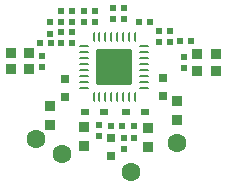
<source format=gbp>
G04*
G04 #@! TF.GenerationSoftware,Altium Limited,Altium Designer,19.0.6 (157)*
G04*
G04 Layer_Color=1265191*
%FSLAX25Y25*%
%MOIN*%
G70*
G01*
G75*
%ADD18R,0.03425X0.03661*%
%ADD37C,0.06299*%
G04:AMPARAMS|DCode=40|XSize=20mil|YSize=22mil|CornerRadius=3.5mil|HoleSize=0mil|Usage=FLASHONLY|Rotation=180.000|XOffset=0mil|YOffset=0mil|HoleType=Round|Shape=RoundedRectangle|*
%AMROUNDEDRECTD40*
21,1,0.02000,0.01500,0,0,180.0*
21,1,0.01300,0.02200,0,0,180.0*
1,1,0.00700,-0.00650,0.00750*
1,1,0.00700,0.00650,0.00750*
1,1,0.00700,0.00650,-0.00750*
1,1,0.00700,-0.00650,-0.00750*
%
%ADD40ROUNDEDRECTD40*%
G04:AMPARAMS|DCode=41|XSize=27.56mil|YSize=19.68mil|CornerRadius=1.48mil|HoleSize=0mil|Usage=FLASHONLY|Rotation=0.000|XOffset=0mil|YOffset=0mil|HoleType=Round|Shape=RoundedRectangle|*
%AMROUNDEDRECTD41*
21,1,0.02756,0.01673,0,0,0.0*
21,1,0.02461,0.01968,0,0,0.0*
1,1,0.00295,0.01230,-0.00837*
1,1,0.00295,-0.01230,-0.00837*
1,1,0.00295,-0.01230,0.00837*
1,1,0.00295,0.01230,0.00837*
%
%ADD41ROUNDEDRECTD41*%
%ADD42R,0.03661X0.03425*%
G04:AMPARAMS|DCode=43|XSize=20mil|YSize=22mil|CornerRadius=3.5mil|HoleSize=0mil|Usage=FLASHONLY|Rotation=270.000|XOffset=0mil|YOffset=0mil|HoleType=Round|Shape=RoundedRectangle|*
%AMROUNDEDRECTD43*
21,1,0.02000,0.01500,0,0,270.0*
21,1,0.01300,0.02200,0,0,270.0*
1,1,0.00700,-0.00750,-0.00650*
1,1,0.00700,-0.00750,0.00650*
1,1,0.00700,0.00750,0.00650*
1,1,0.00700,0.00750,-0.00650*
%
%ADD43ROUNDEDRECTD43*%
%ADD44R,0.03150X0.03150*%
G04:AMPARAMS|DCode=45|XSize=9.65mil|YSize=33.47mil|CornerRadius=2.41mil|HoleSize=0mil|Usage=FLASHONLY|Rotation=90.000|XOffset=0mil|YOffset=0mil|HoleType=Round|Shape=RoundedRectangle|*
%AMROUNDEDRECTD45*
21,1,0.00965,0.02864,0,0,90.0*
21,1,0.00482,0.03347,0,0,90.0*
1,1,0.00482,0.01432,0.00241*
1,1,0.00482,0.01432,-0.00241*
1,1,0.00482,-0.01432,-0.00241*
1,1,0.00482,-0.01432,0.00241*
%
%ADD45ROUNDEDRECTD45*%
G04:AMPARAMS|DCode=46|XSize=9.65mil|YSize=33.47mil|CornerRadius=2.41mil|HoleSize=0mil|Usage=FLASHONLY|Rotation=180.000|XOffset=0mil|YOffset=0mil|HoleType=Round|Shape=RoundedRectangle|*
%AMROUNDEDRECTD46*
21,1,0.00965,0.02864,0,0,180.0*
21,1,0.00482,0.03347,0,0,180.0*
1,1,0.00482,-0.00241,0.01432*
1,1,0.00482,0.00241,0.01432*
1,1,0.00482,0.00241,-0.01432*
1,1,0.00482,-0.00241,-0.01432*
%
%ADD46ROUNDEDRECTD46*%
G04:AMPARAMS|DCode=47|XSize=122.05mil|YSize=122.05mil|CornerRadius=6.1mil|HoleSize=0mil|Usage=FLASHONLY|Rotation=0.000|XOffset=0mil|YOffset=0mil|HoleType=Round|Shape=RoundedRectangle|*
%AMROUNDEDRECTD47*
21,1,0.12205,0.10984,0,0,0.0*
21,1,0.10984,0.12205,0,0,0.0*
1,1,0.01221,0.05492,-0.05492*
1,1,0.01221,-0.05492,-0.05492*
1,1,0.01221,-0.05492,0.05492*
1,1,0.01221,0.05492,0.05492*
%
%ADD47ROUNDEDRECTD47*%
D18*
X74331Y124016D02*
D03*
X68189D02*
D03*
X74331Y118504D02*
D03*
X68189D02*
D03*
X136535Y123622D02*
D03*
X130394D02*
D03*
X136535Y118110D02*
D03*
X130394D02*
D03*
D37*
X108268Y84252D02*
D03*
X123622Y94095D02*
D03*
X85433Y90158D02*
D03*
X76693Y95276D02*
D03*
D40*
X101693Y99606D02*
D03*
X105393D02*
D03*
X111142Y134252D02*
D03*
X114842D02*
D03*
X96338Y138070D02*
D03*
X92638D02*
D03*
Y134371D02*
D03*
X96338D02*
D03*
X81771Y127165D02*
D03*
X78071D02*
D03*
X128228Y127953D02*
D03*
X124528D02*
D03*
D41*
X106693Y104331D02*
D03*
X112992D02*
D03*
X99213D02*
D03*
X92913D02*
D03*
D42*
X114173Y98859D02*
D03*
Y92717D02*
D03*
X92520Y92992D02*
D03*
Y99134D02*
D03*
X81496Y100079D02*
D03*
Y106220D02*
D03*
X123622Y107795D02*
D03*
Y101654D02*
D03*
D43*
X109449Y99488D02*
D03*
Y95788D02*
D03*
X105905Y95551D02*
D03*
Y91851D02*
D03*
X97638Y96181D02*
D03*
Y99882D02*
D03*
X105905Y135158D02*
D03*
Y138858D02*
D03*
X102362D02*
D03*
Y135158D02*
D03*
X85039Y134371D02*
D03*
Y138070D02*
D03*
X88583D02*
D03*
Y134371D02*
D03*
Y127284D02*
D03*
Y130984D02*
D03*
X81496Y134134D02*
D03*
Y130433D02*
D03*
X85039Y127284D02*
D03*
Y130984D02*
D03*
X78740Y119410D02*
D03*
Y123110D02*
D03*
X117717Y131377D02*
D03*
Y127678D02*
D03*
X121260Y131377D02*
D03*
Y127678D02*
D03*
X125984Y119016D02*
D03*
Y122716D02*
D03*
D44*
X101772Y95472D02*
D03*
Y89567D02*
D03*
X86221Y115157D02*
D03*
Y109252D02*
D03*
X118898Y115551D02*
D03*
Y109646D02*
D03*
D45*
X92716Y112402D02*
D03*
Y114370D02*
D03*
Y116339D02*
D03*
Y118307D02*
D03*
Y120276D02*
D03*
Y122244D02*
D03*
Y124213D02*
D03*
Y126181D02*
D03*
X112795D02*
D03*
Y124213D02*
D03*
Y122244D02*
D03*
Y116339D02*
D03*
Y114370D02*
D03*
Y112402D02*
D03*
Y120276D02*
D03*
Y118307D02*
D03*
D46*
X95866Y129331D02*
D03*
X97835D02*
D03*
X99803D02*
D03*
X101772D02*
D03*
X103740D02*
D03*
X105709D02*
D03*
X107677D02*
D03*
X109646D02*
D03*
Y109252D02*
D03*
X107677D02*
D03*
X105709D02*
D03*
X103740D02*
D03*
X101772D02*
D03*
X99803D02*
D03*
X97835D02*
D03*
X95866D02*
D03*
D47*
X102756Y119291D02*
D03*
M02*

</source>
